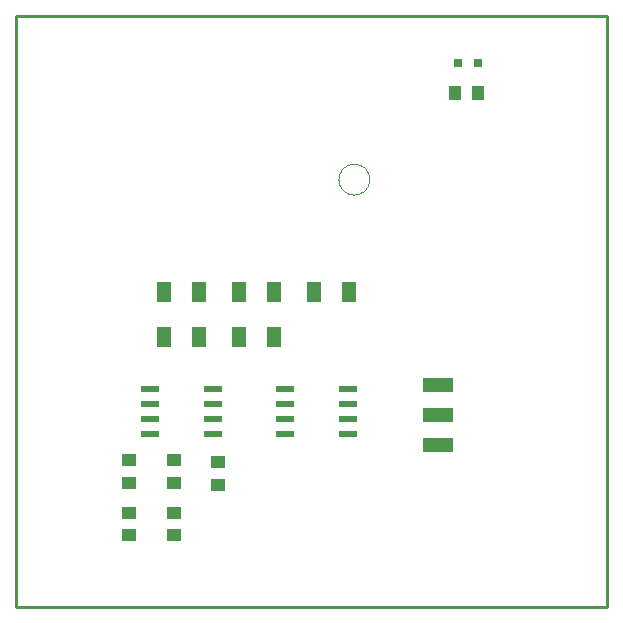
<source format=gtp>
G75*
%MOIN*%
%OFA0B0*%
%FSLAX24Y24*%
%IPPOS*%
%LPD*%
%AMOC8*
5,1,8,0,0,1.08239X$1,22.5*
%
%ADD10C,0.0100*%
%ADD11R,0.0638X0.0236*%
%ADD12R,0.0512X0.0433*%
%ADD13R,0.0472X0.0669*%
%ADD14C,0.0000*%
%ADD15R,0.0315X0.0315*%
%ADD16R,0.0433X0.0512*%
%ADD17R,0.1000X0.0500*%
D10*
X000150Y000150D02*
X000150Y019835D01*
X019835Y019835D01*
X019835Y000150D01*
X000150Y000150D01*
D11*
X004589Y005900D03*
X004589Y006400D03*
X004589Y006900D03*
X004589Y007400D03*
X006711Y007400D03*
X006711Y006900D03*
X006711Y006400D03*
X006711Y005900D03*
X009089Y005900D03*
X009089Y006400D03*
X009089Y006900D03*
X009089Y007400D03*
X011211Y007400D03*
X011211Y006900D03*
X011211Y006400D03*
X011211Y005900D03*
D12*
X006870Y004964D03*
X006870Y004216D03*
X005400Y004276D03*
X005400Y005024D03*
X003900Y005024D03*
X003900Y004276D03*
X003900Y003274D03*
X003900Y002526D03*
X005400Y002526D03*
X005400Y003274D03*
D13*
X005059Y009150D03*
X006241Y009150D03*
X007559Y009150D03*
X008741Y009150D03*
X008741Y010650D03*
X007559Y010650D03*
X006241Y010650D03*
X005059Y010650D03*
X010059Y010650D03*
X011241Y010650D03*
D14*
X010888Y014400D02*
X010890Y014445D01*
X010896Y014489D01*
X010905Y014533D01*
X010919Y014575D01*
X010936Y014616D01*
X010957Y014656D01*
X010981Y014694D01*
X011008Y014729D01*
X011038Y014762D01*
X011071Y014792D01*
X011106Y014819D01*
X011144Y014843D01*
X011184Y014864D01*
X011225Y014881D01*
X011267Y014895D01*
X011311Y014904D01*
X011355Y014910D01*
X011400Y014912D01*
X011445Y014910D01*
X011489Y014904D01*
X011533Y014895D01*
X011575Y014881D01*
X011616Y014864D01*
X011656Y014843D01*
X011694Y014819D01*
X011729Y014792D01*
X011762Y014762D01*
X011792Y014729D01*
X011819Y014694D01*
X011843Y014656D01*
X011864Y014616D01*
X011881Y014575D01*
X011895Y014533D01*
X011904Y014489D01*
X011910Y014445D01*
X011912Y014400D01*
X011910Y014355D01*
X011904Y014311D01*
X011895Y014267D01*
X011881Y014225D01*
X011864Y014184D01*
X011843Y014144D01*
X011819Y014106D01*
X011792Y014071D01*
X011762Y014038D01*
X011729Y014008D01*
X011694Y013981D01*
X011656Y013957D01*
X011616Y013936D01*
X011575Y013919D01*
X011533Y013905D01*
X011489Y013896D01*
X011445Y013890D01*
X011400Y013888D01*
X011355Y013890D01*
X011311Y013896D01*
X011267Y013905D01*
X011225Y013919D01*
X011184Y013936D01*
X011144Y013957D01*
X011106Y013981D01*
X011071Y014008D01*
X011038Y014038D01*
X011008Y014071D01*
X010981Y014106D01*
X010957Y014144D01*
X010936Y014184D01*
X010919Y014225D01*
X010905Y014267D01*
X010896Y014311D01*
X010890Y014355D01*
X010888Y014400D01*
D15*
X014875Y018270D03*
X015525Y018270D03*
D16*
X015524Y017275D03*
X014776Y017275D03*
D17*
X014205Y007536D03*
X014205Y006536D03*
X014205Y005536D03*
M02*

</source>
